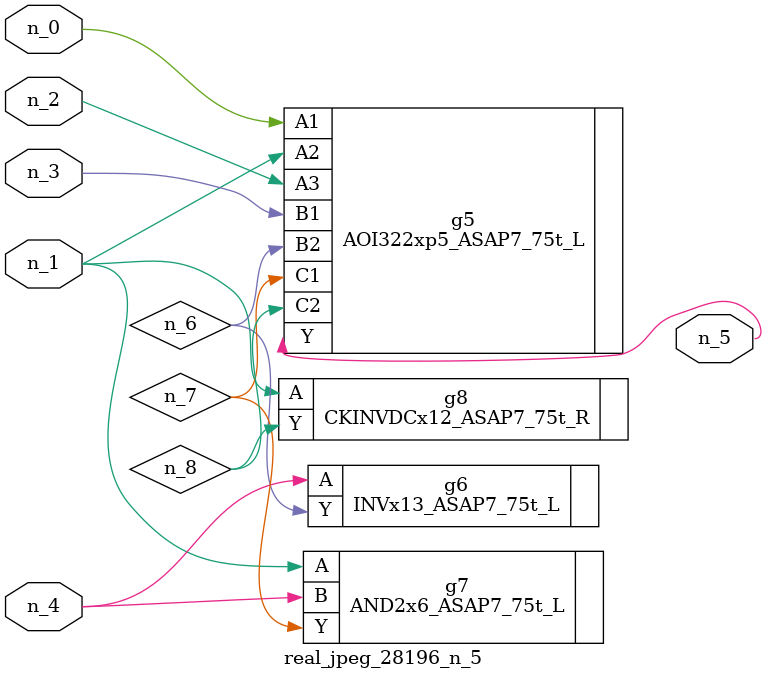
<source format=v>
module real_jpeg_28196_n_5 (n_4, n_0, n_1, n_2, n_3, n_5);

input n_4;
input n_0;
input n_1;
input n_2;
input n_3;

output n_5;

wire n_8;
wire n_6;
wire n_7;

AOI322xp5_ASAP7_75t_L g5 ( 
.A1(n_0),
.A2(n_1),
.A3(n_2),
.B1(n_3),
.B2(n_6),
.C1(n_7),
.C2(n_8),
.Y(n_5)
);

AND2x6_ASAP7_75t_L g7 ( 
.A(n_1),
.B(n_4),
.Y(n_7)
);

CKINVDCx12_ASAP7_75t_R g8 ( 
.A(n_1),
.Y(n_8)
);

INVx13_ASAP7_75t_L g6 ( 
.A(n_4),
.Y(n_6)
);


endmodule
</source>
